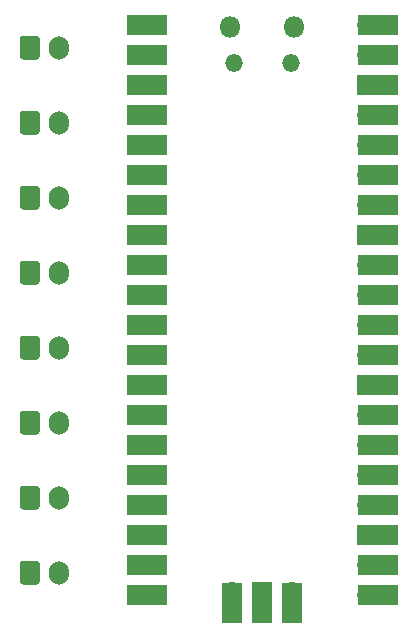
<source format=gbr>
%TF.GenerationSoftware,KiCad,Pcbnew,(5.1.12)-1*%
%TF.CreationDate,2022-01-22T18:57:43-08:00*%
%TF.ProjectId,Button_Board,42757474-6f6e-45f4-926f-6172642e6b69,rev?*%
%TF.SameCoordinates,Original*%
%TF.FileFunction,Soldermask,Top*%
%TF.FilePolarity,Negative*%
%FSLAX46Y46*%
G04 Gerber Fmt 4.6, Leading zero omitted, Abs format (unit mm)*
G04 Created by KiCad (PCBNEW (5.1.12)-1) date 2022-01-22 18:57:43*
%MOMM*%
%LPD*%
G01*
G04 APERTURE LIST*
%ADD10O,1.700000X1.700000*%
%ADD11R,1.700000X3.500000*%
%ADD12R,1.700000X1.700000*%
%ADD13O,1.500000X1.500000*%
%ADD14O,1.800000X1.800000*%
%ADD15R,3.500000X1.700000*%
%ADD16O,1.700000X2.000000*%
G04 APERTURE END LIST*
D10*
%TO.C,U1*%
X170180000Y-117753000D03*
D11*
X170180000Y-118653000D03*
D12*
X167640000Y-117753000D03*
D11*
X167640000Y-118653000D03*
D10*
X165100000Y-117753000D03*
D11*
X165100000Y-118653000D03*
D13*
X170065000Y-72883000D03*
X165215000Y-72883000D03*
D14*
X170365000Y-69853000D03*
X164915000Y-69853000D03*
D15*
X177430000Y-117983000D03*
X177430000Y-115443000D03*
X177430000Y-112903000D03*
X177430000Y-110363000D03*
X177430000Y-107823000D03*
X177430000Y-105283000D03*
X177430000Y-102743000D03*
X177430000Y-100203000D03*
X177430000Y-97663000D03*
X177430000Y-95123000D03*
X177430000Y-92583000D03*
X177430000Y-90043000D03*
X177430000Y-87503000D03*
X177430000Y-84963000D03*
X177430000Y-82423000D03*
X177430000Y-79883000D03*
X177430000Y-77343000D03*
X177430000Y-74803000D03*
X177430000Y-72263000D03*
X177430000Y-69723000D03*
X157850000Y-117983000D03*
X157850000Y-115443000D03*
X157850000Y-112903000D03*
X157850000Y-110363000D03*
X157850000Y-107823000D03*
X157850000Y-105283000D03*
X157850000Y-102743000D03*
X157850000Y-100203000D03*
X157850000Y-97663000D03*
X157850000Y-95123000D03*
X157850000Y-92583000D03*
X157850000Y-90043000D03*
X157850000Y-87503000D03*
X157850000Y-84963000D03*
X157850000Y-82423000D03*
X157850000Y-79883000D03*
X157850000Y-77343000D03*
X157850000Y-74803000D03*
X157850000Y-72263000D03*
X157850000Y-69723000D03*
D10*
X176530000Y-69723000D03*
X176530000Y-72263000D03*
D12*
X176530000Y-74803000D03*
D10*
X176530000Y-77343000D03*
X176530000Y-79883000D03*
X176530000Y-82423000D03*
X176530000Y-84963000D03*
D12*
X176530000Y-87503000D03*
D10*
X176530000Y-90043000D03*
X176530000Y-92583000D03*
X176530000Y-95123000D03*
X176530000Y-97663000D03*
D12*
X176530000Y-100203000D03*
D10*
X176530000Y-102743000D03*
X176530000Y-105283000D03*
X176530000Y-107823000D03*
X176530000Y-110363000D03*
D12*
X176530000Y-112903000D03*
D10*
X176530000Y-115443000D03*
X176530000Y-117983000D03*
X158750000Y-117983000D03*
X158750000Y-115443000D03*
D12*
X158750000Y-112903000D03*
D10*
X158750000Y-110363000D03*
X158750000Y-107823000D03*
X158750000Y-105283000D03*
X158750000Y-102743000D03*
D12*
X158750000Y-100203000D03*
D10*
X158750000Y-97663000D03*
X158750000Y-95123000D03*
X158750000Y-92583000D03*
X158750000Y-90043000D03*
D12*
X158750000Y-87503000D03*
D10*
X158750000Y-84963000D03*
X158750000Y-82423000D03*
X158750000Y-79883000D03*
X158750000Y-77343000D03*
D12*
X158750000Y-74803000D03*
D10*
X158750000Y-72263000D03*
X158750000Y-69723000D03*
%TD*%
D16*
%TO.C,J7*%
X150455000Y-116078000D03*
G36*
G01*
X147105000Y-116828000D02*
X147105000Y-115328000D01*
G75*
G02*
X147355000Y-115078000I250000J0D01*
G01*
X148555000Y-115078000D01*
G75*
G02*
X148805000Y-115328000I0J-250000D01*
G01*
X148805000Y-116828000D01*
G75*
G02*
X148555000Y-117078000I-250000J0D01*
G01*
X147355000Y-117078000D01*
G75*
G02*
X147105000Y-116828000I0J250000D01*
G01*
G37*
%TD*%
%TO.C,J6*%
X150455000Y-109728000D03*
G36*
G01*
X147105000Y-110478000D02*
X147105000Y-108978000D01*
G75*
G02*
X147355000Y-108728000I250000J0D01*
G01*
X148555000Y-108728000D01*
G75*
G02*
X148805000Y-108978000I0J-250000D01*
G01*
X148805000Y-110478000D01*
G75*
G02*
X148555000Y-110728000I-250000J0D01*
G01*
X147355000Y-110728000D01*
G75*
G02*
X147105000Y-110478000I0J250000D01*
G01*
G37*
%TD*%
%TO.C,J5*%
X150455000Y-103378000D03*
G36*
G01*
X147105000Y-104128000D02*
X147105000Y-102628000D01*
G75*
G02*
X147355000Y-102378000I250000J0D01*
G01*
X148555000Y-102378000D01*
G75*
G02*
X148805000Y-102628000I0J-250000D01*
G01*
X148805000Y-104128000D01*
G75*
G02*
X148555000Y-104378000I-250000J0D01*
G01*
X147355000Y-104378000D01*
G75*
G02*
X147105000Y-104128000I0J250000D01*
G01*
G37*
%TD*%
%TO.C,J4*%
X150455000Y-97028000D03*
G36*
G01*
X147105000Y-97778000D02*
X147105000Y-96278000D01*
G75*
G02*
X147355000Y-96028000I250000J0D01*
G01*
X148555000Y-96028000D01*
G75*
G02*
X148805000Y-96278000I0J-250000D01*
G01*
X148805000Y-97778000D01*
G75*
G02*
X148555000Y-98028000I-250000J0D01*
G01*
X147355000Y-98028000D01*
G75*
G02*
X147105000Y-97778000I0J250000D01*
G01*
G37*
%TD*%
%TO.C,J3*%
X150455000Y-90678000D03*
G36*
G01*
X147105000Y-91428000D02*
X147105000Y-89928000D01*
G75*
G02*
X147355000Y-89678000I250000J0D01*
G01*
X148555000Y-89678000D01*
G75*
G02*
X148805000Y-89928000I0J-250000D01*
G01*
X148805000Y-91428000D01*
G75*
G02*
X148555000Y-91678000I-250000J0D01*
G01*
X147355000Y-91678000D01*
G75*
G02*
X147105000Y-91428000I0J250000D01*
G01*
G37*
%TD*%
%TO.C,J2*%
X150455000Y-84328000D03*
G36*
G01*
X147105000Y-85078000D02*
X147105000Y-83578000D01*
G75*
G02*
X147355000Y-83328000I250000J0D01*
G01*
X148555000Y-83328000D01*
G75*
G02*
X148805000Y-83578000I0J-250000D01*
G01*
X148805000Y-85078000D01*
G75*
G02*
X148555000Y-85328000I-250000J0D01*
G01*
X147355000Y-85328000D01*
G75*
G02*
X147105000Y-85078000I0J250000D01*
G01*
G37*
%TD*%
%TO.C,J1*%
X150455000Y-77978000D03*
G36*
G01*
X147105000Y-78728000D02*
X147105000Y-77228000D01*
G75*
G02*
X147355000Y-76978000I250000J0D01*
G01*
X148555000Y-76978000D01*
G75*
G02*
X148805000Y-77228000I0J-250000D01*
G01*
X148805000Y-78728000D01*
G75*
G02*
X148555000Y-78978000I-250000J0D01*
G01*
X147355000Y-78978000D01*
G75*
G02*
X147105000Y-78728000I0J250000D01*
G01*
G37*
%TD*%
%TO.C,J0*%
X150455000Y-71628000D03*
G36*
G01*
X147105000Y-72378000D02*
X147105000Y-70878000D01*
G75*
G02*
X147355000Y-70628000I250000J0D01*
G01*
X148555000Y-70628000D01*
G75*
G02*
X148805000Y-70878000I0J-250000D01*
G01*
X148805000Y-72378000D01*
G75*
G02*
X148555000Y-72628000I-250000J0D01*
G01*
X147355000Y-72628000D01*
G75*
G02*
X147105000Y-72378000I0J250000D01*
G01*
G37*
%TD*%
M02*

</source>
